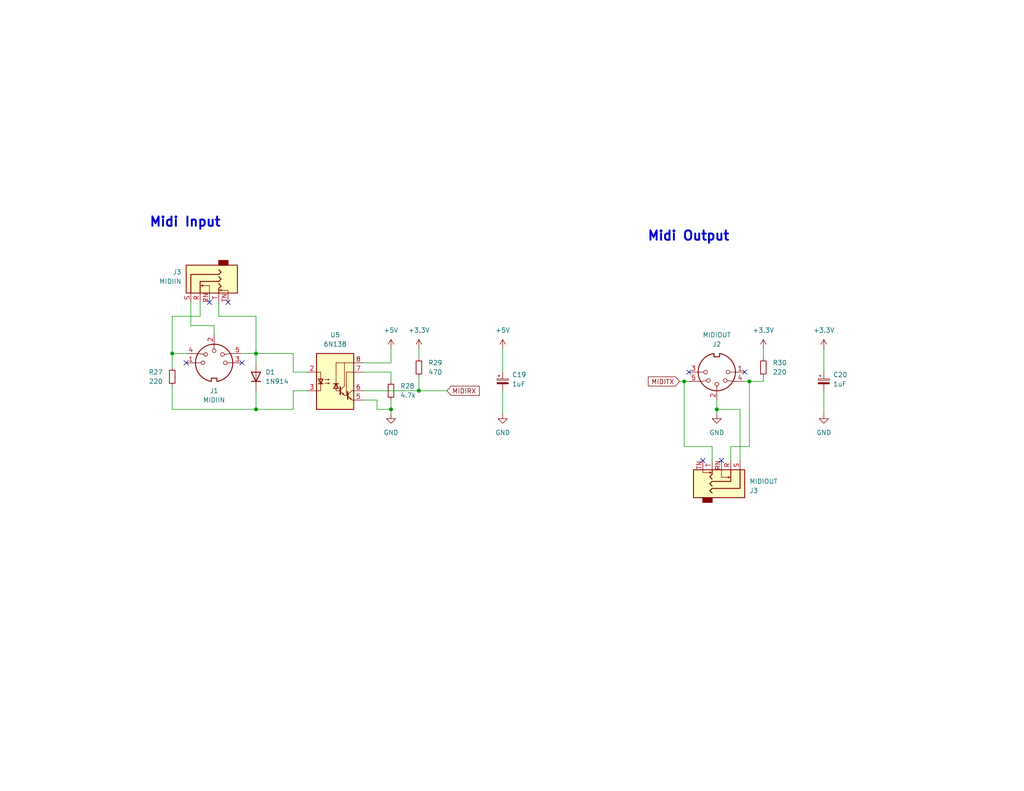
<source format=kicad_sch>
(kicad_sch (version 20230121) (generator eeschema)
  (paper "A")
  (title_block (title "pico_synth_sandbox") (date "2023-09-19") (rev "2") (comment 3 "dcdalrymple.com/picosynth/") (comment 4 "D Cooper Dalrymple"))
  (lib_symbols
    (symbol "Connector:DIN-5_180degree" (pin_names (offset 1.016))
      (property "Reference" "J" (at 3.175 5.715 0))
      (property "Value" "DIN-5_180degree" (at 0 -6.35 0))
      (symbol "DIN-5_180degree_0_1"
        (arc (start -5.08 0) (mid -3.8609 -3.3364) (end -0.762 -5.08) (stroke (width 0.254)))
        (circle (center -3.048 0) (radius 0.508))
        (circle (center -2.286 2.286) (radius 0.508))
        (polyline (pts (xy -5.08 0) (xy -3.556 0)))
        (polyline (pts (xy 0 5.08) (xy 0 3.81)))
        (polyline (pts (xy 5.08 0) (xy 3.556 0)))
        (polyline (pts (xy -5.08 2.54) (xy -4.318 2.54) (xy -2.794 2.286)))
        (polyline (pts (xy 5.08 2.54) (xy 4.318 2.54) (xy 2.794 2.286)))
        (polyline (pts (xy -0.762 -4.953) (xy -0.762 -4.191) (xy 0.762 -4.191) (xy 0.762 -4.953)) (stroke (width 0.254)))
        (circle (center 0 3.302) (radius 0.508))
        (arc (start 0.762 -5.08) (mid 3.8685 -3.343) (end 5.08 0) (stroke (width 0.254)))
        (circle (center 2.286 2.286) (radius 0.508))
        (circle (center 3.048 0) (radius 0.508))
        (arc (start 5.08 0) (mid 0 5.0579) (end -5.08 0) (stroke (width 0.254)))
      )
      (symbol "DIN-5_180degree_1_1"
        (pin passive line (at -7.62 0 0) (length 2.54) (name "~") (number "1"))
        (pin passive line (at 0 7.62 270) (length 2.54) (name "~") (number "2"))
        (pin passive line (at 7.62 0 180) (length 2.54) (name "~") (number "3"))
        (pin passive line (at -7.62 2.54 0) (length 2.54) (name "~") (number "4"))
        (pin passive line (at 7.62 2.54 180) (length 2.54) (name "~") (number "5"))
      )
    )
    (symbol "Connector_Audio:AudioJack3_SwitchTR"
      (property "Reference" "J" (at 0 8.89 0))
      (property "Value" "AudioJack3_SwitchTR" (at 0 6.35 0))
      (symbol "AudioJack3_SwitchTR_0_1"
        (rectangle (start -5.08 -5.08) (end -6.35 -7.62) (stroke (width 0.254)) (fill (type outline)))
        (polyline (pts (xy 0.508 -0.254) (xy 0.762 -0.762)))
        (polyline (pts (xy 1.778 -5.334) (xy 2.032 -5.842)))
        (polyline (pts (xy 0 -5.08) (xy 0.635 -5.715) (xy 1.27 -5.08) (xy 2.54 -5.08)) (stroke (width 0.254)))
        (polyline (pts (xy 2.54 -7.62) (xy 1.778 -7.62) (xy 1.778 -5.334) (xy 1.524 -5.842)))
        (polyline (pts (xy 2.54 -2.54) (xy 0.508 -2.54) (xy 0.508 -0.254) (xy 0.254 -0.762)))
        (polyline (pts (xy -1.905 -5.08) (xy -1.27 -5.715) (xy -0.635 -5.08) (xy -0.635 0) (xy 2.54 0)) (stroke (width 0.254)))
        (polyline (pts (xy 2.54 2.54) (xy -2.54 2.54) (xy -2.54 -5.08) (xy -3.175 -5.715) (xy -3.81 -5.08)) (stroke (width 0.254)))
        (rectangle (start 2.54 3.81) (end -5.08 -10.16) (stroke (width 0.254)) (fill (type background)))
      )
      (symbol "AudioJack3_SwitchTR_1_1"
        (pin passive line (at 5.08 0 180) (length 2.54) (name "~") (number "R"))
        (pin passive line (at 5.08 -2.54 180) (length 2.54) (name "~") (number "RN"))
        (pin passive line (at 5.08 2.54 180) (length 2.54) (name "~") (number "S"))
        (pin passive line (at 5.08 -5.08 180) (length 2.54) (name "~") (number "T"))
        (pin passive line (at 5.08 -7.62 180) (length 2.54) (name "~") (number "TN"))
      )
    )
    (symbol "Device:C_Polarized_Small" (pin_numbers hide) (pin_names (offset 0.254) hide)
      (property "Reference" "C" (at 0.254 1.778 0))
      (property "Value" "C_Polarized_Small" (at 0.254 -2.032 0))
      (symbol "C_Polarized_Small_0_1"
        (rectangle (start -1.524 -0.3048) (end 1.524 -0.6858) (fill (type outline)))
        (rectangle (start -1.524 0.6858) (end 1.524 0.3048))
        (polyline (pts (xy -1.27 1.524) (xy -0.762 1.524)))
        (polyline (pts (xy -1.016 1.27) (xy -1.016 1.778)))
      )
      (symbol "C_Polarized_Small_1_1"
        (pin passive line (at 0 2.54 270) (length 1.8542) (name "~") (number "1"))
        (pin passive line (at 0 -2.54 90) (length 1.8542) (name "~") (number "2"))
      )
    )
    (symbol "Device:R_Small" (pin_numbers hide) (pin_names (offset 0.254) hide)
      (property "Reference" "R" (at 0.762 0.508 0))
      (property "Value" "R_Small" (at 0.762 -1.016 0))
      (symbol "R_Small_0_1"
        (rectangle (start -0.762 1.778) (end 0.762 -1.778) (stroke (width 0.2032)))
      )
      (symbol "R_Small_1_1"
        (pin passive line (at 0 2.54 270) (length 0.762) (name "~") (number "1"))
        (pin passive line (at 0 -2.54 90) (length 0.762) (name "~") (number "2"))
      )
    )
    (symbol "Diode:1N914" (pin_numbers hide) (pin_names hide)
      (property "Reference" "D" (at 0 2.54 0))
      (property "Value" "1N914" (at 0 -2.54 0))
      (symbol "1N914_0_1"
        (polyline (pts (xy -1.27 1.27) (xy -1.27 -1.27)) (stroke (width 0.254)))
        (polyline (pts (xy 1.27 0) (xy -1.27 0)))
        (polyline (pts (xy 1.27 1.27) (xy 1.27 -1.27) (xy -1.27 0) (xy 1.27 1.27)) (stroke (width 0.254)))
      )
      (symbol "1N914_1_1"
        (pin passive line (at -3.81 0 0) (length 2.54) (name "K") (number "1"))
        (pin passive line (at 3.81 0 180) (length 2.54) (name "A") (number "2"))
      )
    )
    (symbol "Isolator:6N138" (pin_names (offset 1.016) hide)
      (property "Reference" "U" (at -4.064 8.89 0))
      (property "Value" "6N138" (at 2.286 8.89 0))
      (symbol "6N138_0_1"
        (rectangle (start -5.08 7.62) (end 5.08 -7.62) (stroke (width 0.254)) (fill (type background)))
        (polyline (pts (xy -4.572 -0.635) (xy -3.302 -0.635)) (stroke (width 0.254)))
        (polyline (pts (xy 0.889 -0.635) (xy -0.381 -0.635)) (stroke (width 0.254)))
        (polyline (pts (xy 1.397 -2.667) (xy 2.54 -3.81)))
        (polyline (pts (xy 1.397 -2.413) (xy 2.54 -1.27)))
        (polyline (pts (xy 2.54 -3.81) (xy 3.175 -3.81)))
        (polyline (pts (xy 3.429 -3.937) (xy 4.572 -5.08)))
        (polyline (pts (xy 3.429 -3.683) (xy 4.572 -2.54)))
        (polyline (pts (xy 4.572 -5.08) (xy 5.08 -5.08)))
        (polyline (pts (xy 4.572 -2.54) (xy 5.08 -2.54)))
        (polyline (pts (xy 1.397 -1.524) (xy 1.397 -3.556) (xy 1.397 -3.556)) (stroke (width 0.3556)))
        (polyline (pts (xy 2.54 -1.27) (xy 2.54 5.08) (xy 5.08 5.08)))
        (polyline (pts (xy 3.429 -2.794) (xy 3.429 -4.826) (xy 3.429 -4.826)) (stroke (width 0.3556)))
        (polyline (pts (xy 5.08 2.54) (xy 3.048 2.54) (xy 3.048 -3.81)))
        (polyline (pts (xy -5.08 -2.54) (xy -3.937 -2.54) (xy -3.937 2.54) (xy -5.08 2.54)))
        (polyline (pts (xy -3.937 -0.635) (xy -4.572 0.635) (xy -3.302 0.635) (xy -3.937 -0.635)) (stroke (width 0.254)))
        (polyline (pts (xy 0.254 -0.635) (xy 0.889 -1.905) (xy -0.381 -1.905) (xy 0.254 -0.635)) (stroke (width 0.254)))
        (polyline (pts (xy 1.27 -2.54) (xy 0.254 -2.54) (xy 0.254 5.08) (xy 2.54 5.08)))
        (polyline (pts (xy 2.413 -3.683) (xy 2.159 -3.175) (xy 1.905 -3.429) (xy 2.413 -3.683)))
        (polyline (pts (xy 4.445 -4.953) (xy 4.191 -4.445) (xy 3.937 -4.699) (xy 4.445 -4.953)))
        (polyline (pts (xy -2.794 -0.508) (xy -1.524 -0.508) (xy -1.905 -0.635) (xy -1.905 -0.381) (xy -1.524 -0.508)))
        (polyline (pts (xy -2.794 0.508) (xy -1.524 0.508) (xy -1.905 0.381) (xy -1.905 0.635) (xy -1.524 0.508)))
      )
      (symbol "6N138_1_1"
        (pin no_connect line (at -5.08 5.08 0) (length 2.54) hide (name "NC") (number "1"))
        (pin passive line (at -7.62 2.54 0) (length 2.54) (name "C1") (number "2"))
        (pin passive line (at -7.62 -2.54 0) (length 2.54) (name "C2") (number "3"))
        (pin no_connect line (at -5.08 -5.08 0) (length 2.54) hide (name "NC") (number "4"))
        (pin passive line (at 7.62 -5.08 180) (length 2.54) (name "GND") (number "5"))
        (pin passive line (at 7.62 -2.54 180) (length 2.54) (name "VO2") (number "6"))
        (pin passive line (at 7.62 2.54 180) (length 2.54) (name "VO1") (number "7"))
        (pin passive line (at 7.62 5.08 180) (length 2.54) (name "VCC") (number "8"))
      )
    )
    (symbol "power:+3.3V" (power) (pin_names (offset 0))
      (property "Value" "+3.3V" (at 0 3.556 0))
      (symbol "+3.3V_0_1"
        (polyline (pts (xy -0.762 1.27) (xy 0 2.54)))
        (polyline (pts (xy 0 0) (xy 0 2.54)))
        (polyline (pts (xy 0 2.54) (xy 0.762 1.27)))
      )
      (symbol "+3.3V_1_1"
        (pin power_in line (at 0 0 90) (length 0) hide (name "+3.3V") (number "1"))
      )
    )
    (symbol "power:+5V" (power) (pin_names (offset 0))
      (property "Value" "+5V" (at 0 3.556 0))
      (symbol "+5V_0_1"
        (polyline (pts (xy -0.762 1.27) (xy 0 2.54)))
        (polyline (pts (xy 0 0) (xy 0 2.54)))
        (polyline (pts (xy 0 2.54) (xy 0.762 1.27)))
      )
      (symbol "+5V_1_1"
        (pin power_in line (at 0 0 90) (length 0) hide (name "+5V") (number "1"))
      )
    )
    (symbol "power:GND" (power) (pin_names (offset 0))
      (property "Value" "GND" (at 0 -3.81 0))
      (symbol "GND_0_1"
        (polyline (pts (xy 0 0) (xy 0 -1.27) (xy 1.27 -1.27) (xy 0 -2.54) (xy -1.27 -1.27) (xy 0 -1.27)))
      )
      (symbol "GND_1_1"
        (pin power_in line (at 0 0 270) (length 0) hide (name "GND") (number "1"))
      )
    )
  )
  (junction (at 69.85 96.52))
  (junction (at 114.3 106.68))
  (junction (at 204.47 104.14))
  (junction (at 106.68 111.76))
  (junction (at 46.99 96.52))
  (junction (at 69.85 111.76))
  (junction (at 195.58 111.76))
  (junction (at 186.69 104.14))
  (no_connect (at 57.15 82.55))
  (no_connect (at 62.23 82.55))
  (no_connect (at 203.2 101.6))
  (no_connect (at 66.04 99.06))
  (no_connect (at 50.8 99.06))
  (no_connect (at 187.96 101.6))
  (no_connect (at 191.77 125.73))
  (no_connect (at 196.85 125.73))
  (wire (pts (xy 224.79 106.68) (xy 224.79 113.03)))
  (wire (pts (xy 46.99 105.41) (xy 46.99 111.76)))
  (wire (pts (xy 204.47 104.14) (xy 203.2 104.14)))
  (wire (pts (xy 102.87 109.22) (xy 102.87 111.76)))
  (wire (pts (xy 106.68 101.6) (xy 106.68 104.14)))
  (wire (pts (xy 69.85 96.52) (xy 80.01 96.52)))
  (wire (pts (xy 59.69 86.36) (xy 59.69 82.55)))
  (wire (pts (xy 99.06 101.6) (xy 106.68 101.6)))
  (wire (pts (xy 69.85 96.52) (xy 69.85 86.36)))
  (wire (pts (xy 80.01 96.52) (xy 80.01 101.6)))
  (wire (pts (xy 114.3 106.68) (xy 114.3 102.87)))
  (wire (pts (xy 99.06 109.22) (xy 102.87 109.22)))
  (wire (pts (xy 102.87 111.76) (xy 106.68 111.76)))
  (wire (pts (xy 195.58 111.76) (xy 201.93 111.76)))
  (wire (pts (xy 195.58 111.76) (xy 195.58 113.03)))
  (wire (pts (xy 137.16 95.25) (xy 137.16 101.6)))
  (wire (pts (xy 224.79 95.25) (xy 224.79 101.6)))
  (wire (pts (xy 46.99 96.52) (xy 46.99 100.33)))
  (wire (pts (xy 106.68 109.22) (xy 106.68 111.76)))
  (wire (pts (xy 69.85 86.36) (xy 59.69 86.36)))
  (wire (pts (xy 208.28 104.14) (xy 208.28 102.87)))
  (wire (pts (xy 58.42 91.44) (xy 58.42 88.9)))
  (wire (pts (xy 186.69 104.14) (xy 187.96 104.14)))
  (wire (pts (xy 99.06 106.68) (xy 114.3 106.68)))
  (wire (pts (xy 46.99 86.36) (xy 54.61 86.36)))
  (wire (pts (xy 201.93 111.76) (xy 201.93 125.73)))
  (wire (pts (xy 194.31 121.92) (xy 194.31 125.73)))
  (wire (pts (xy 69.85 111.76) (xy 69.85 106.68)))
  (wire (pts (xy 114.3 106.68) (xy 121.92 106.68)))
  (wire (pts (xy 204.47 104.14) (xy 204.47 121.92)))
  (wire (pts (xy 186.69 121.92) (xy 194.31 121.92)))
  (wire (pts (xy 80.01 106.68) (xy 83.82 106.68)))
  (wire (pts (xy 204.47 121.92) (xy 199.39 121.92)))
  (wire (pts (xy 106.68 99.06) (xy 99.06 99.06)))
  (wire (pts (xy 46.99 96.52) (xy 46.99 86.36)))
  (wire (pts (xy 66.04 96.52) (xy 69.85 96.52)))
  (wire (pts (xy 69.85 96.52) (xy 69.85 99.06)))
  (wire (pts (xy 208.28 104.14) (xy 204.47 104.14)))
  (wire (pts (xy 106.68 95.25) (xy 106.68 99.06)))
  (wire (pts (xy 186.69 104.14) (xy 186.69 121.92)))
  (wire (pts (xy 195.58 109.22) (xy 195.58 111.76)))
  (wire (pts (xy 46.99 111.76) (xy 69.85 111.76)))
  (wire (pts (xy 69.85 111.76) (xy 80.01 111.76)))
  (wire (pts (xy 80.01 111.76) (xy 80.01 106.68)))
  (wire (pts (xy 52.07 88.9) (xy 58.42 88.9)))
  (wire (pts (xy 106.68 111.76) (xy 106.68 113.03)))
  (wire (pts (xy 52.07 82.55) (xy 52.07 88.9)))
  (wire (pts (xy 114.3 95.25) (xy 114.3 97.79)))
  (wire (pts (xy 208.28 95.25) (xy 208.28 97.79)))
  (wire (pts (xy 54.61 86.36) (xy 54.61 82.55)))
  (wire (pts (xy 199.39 121.92) (xy 199.39 125.73)))
  (wire (pts (xy 137.16 106.68) (xy 137.16 113.03)))
  (wire (pts (xy 185.42 104.14) (xy 186.69 104.14)))
  (wire (pts (xy 80.01 101.6) (xy 83.82 101.6)))
  (wire (pts (xy 50.8 96.52) (xy 46.99 96.52)))
  (text "Midi Input" (at 40.64 62.23 0) (effects (font (size 2.54 2.54) (thickness 0.508) bold) (justify left bottom)))
  (text "Midi Output" (at 176.53 66.04 0) (effects (font (size 2.54 2.54) (thickness 0.508) bold) (justify left bottom)))
  (global_label "MIDITX" (shape input) (at 185.42 104.14 180) (property "Intersheetrefs" "${INTERSHEET_REFS}" (effects hide)))
  (global_label "MIDIRX" (shape input) (at 121.92 106.68 0) (property "Intersheetrefs" "${INTERSHEET_REFS}" (effects hide)))
  (symbol (lib_id "Connector_Audio:AudioJack3_SwitchTR") (at 199.39 130.81 270) (mirror x) (unit 1)
    (property "Reference" "J3" (at 204.47 133.985 90) (effects (justify left)))
    (property "Value" "MIDIOUT" (at 204.47 131.445 90) (effects (justify left)))
    (property "Footprint" "Connector_Audio:Jack_3.5mm_CUI_SJ1-3525N_Horizontal" (effects hide))
    (instances (project "pico_synth_sandbox" (path "" (reference "J3") (unit 1)) (path "" (reference "J8") (unit 1))))
  )
  (symbol (lib_id "power:GND") (at 195.58 113.03 0) (unit 1)
    (property "Reference" "#PWR067" (effects hide))
    (property "Value" "GND" (at 195.58 118.11 0))
  )
  (symbol (lib_id "Connector:DIN-5_180degree") (at 195.58 101.6 180) (unit 1)
    (property "Reference" "J2" (at 195.5799 93.98 0))
    (property "Value" "MIDIOUT" (at 195.5799 91.44 0))
    (property "Datasheet" "http://www.mouser.com/ds/2/18/40_c091_abd_e-75918.pdf" (effects hide))
    (instances (project "pico_synth_sandbox" (path "" (reference "J2") (unit 1)) (path "" (reference "J7") (unit 1))))
  )
  (symbol (lib_id "power:+5V") (at 106.68 95.25 0) (unit 1)
    (property "Reference" "#PWR097" (effects hide))
    (property "Value" "+5V" (at 106.68 90.17 0))
    (instances (project "pico_synth_sandbox" (path "" (reference "#PWR097") (unit 1)) (path "" (reference "#PWR062") (unit 1))))
  )
  (symbol (lib_id "power:GND") (at 106.68 113.03 0) (unit 1)
    (property "Reference" "#PWR063" (effects hide))
    (property "Value" "GND" (at 106.68 118.11 0))
  )
  (symbol (lib_id "power:+5V") (at 137.16 95.25 0) (unit 1)
    (property "Reference" "#PWR097" (effects hide))
    (property "Value" "+5V" (at 137.16 90.17 0))
    (instances (project "pico_synth_sandbox" (path "" (reference "#PWR097") (unit 1)) (path "" (reference "#PWR065") (unit 1))))
  )
  (symbol (lib_id "power:+3.3V") (at 114.3 95.25 0) (unit 1)
    (property "Reference" "#PWR09" (effects hide))
    (property "Value" "+3.3V" (at 114.3 90.17 0))
    (instances (project "pico_synth_sandbox" (path "" (reference "#PWR09") (unit 1)) (path "" (reference "#PWR064") (unit 1))))
  )
  (symbol (lib_id "power:GND") (at 224.79 113.03 0) (unit 1)
    (property "Reference" "#PWR070" (effects hide))
    (property "Value" "GND" (at 224.79 118.11 0))
  )
  (symbol (lib_id "power:+3.3V") (at 224.79 95.25 0) (unit 1)
    (property "Reference" "#PWR08" (effects hide))
    (property "Value" "+3.3V" (at 224.79 90.17 0))
    (instances (project "pico_synth_sandbox" (path "" (reference "#PWR08") (unit 1)) (path "" (reference "#PWR069") (unit 1))))
  )
  (symbol (lib_id "Device:C_Polarized_Small") (at 224.79 104.14 0) (unit 1)
    (property "Reference" "C20" (at 227.33 102.3239 0) (effects (justify left)))
    (property "Value" "1uF" (at 227.33 104.8639 0) (effects (justify left)))
    (property "Footprint" "Capacitor_THT:CP_Radial_D5.0mm_P2.00mm" (effects hide))
  )
  (symbol (lib_id "Device:C_Polarized_Small") (at 137.16 104.14 0) (unit 1)
    (property "Reference" "C19" (at 139.7 102.3239 0) (effects (justify left)))
    (property "Value" "1uF" (at 139.7 104.8639 0) (effects (justify left)))
    (property "Footprint" "Capacitor_THT:CP_Radial_D5.0mm_P2.00mm" (effects hide))
  )
  (symbol (lib_id "Connector_Audio:AudioJack3_SwitchTR") (at 54.61 77.47 90) (mirror x) (unit 1)
    (property "Reference" "J3" (at 49.53 74.295 90) (effects (justify left)))
    (property "Value" "MIDIIN" (at 49.53 76.835 90) (effects (justify left)))
    (property "Footprint" "Connector_Audio:Jack_3.5mm_CUI_SJ1-3525N_Horizontal" (effects hide))
    (instances (project "pico_synth_sandbox" (path "" (reference "J3") (unit 1)) (path "" (reference "J5") (unit 1))))
  )
  (symbol (lib_id "Connector:DIN-5_180degree") (at 58.42 99.06 0) (unit 1)
    (property "Reference" "J1" (at 58.4201 106.68 0))
    (property "Value" "MIDIIN" (at 58.4201 109.22 0))
    (property "Datasheet" "http://www.mouser.com/ds/2/18/40_c091_abd_e-75918.pdf" (effects hide))
    (instances (project "pico_synth_sandbox" (path "" (reference "J1") (unit 1)) (path "" (reference "J6") (unit 1))))
  )
  (symbol (lib_id "Device:R_Small") (at 106.68 106.68 0) (unit 1)
    (property "Reference" "R28" (at 109.22 105.41 0) (effects (justify left)))
    (property "Value" "4.7k" (at 109.22 107.95 0) (effects (justify left)))
    (property "Footprint" "Resistor_THT:R_Axial_DIN0204_L3.6mm_D1.6mm_P5.08mm_Horizontal" (effects hide))
  )
  (symbol (lib_id "Device:R_Small") (at 114.3 100.33 0) (unit 1)
    (property "Reference" "R29" (at 116.84 99.06 0) (effects (justify left)))
    (property "Value" "470" (at 116.84 101.6 0) (effects (justify left)))
    (property "Footprint" "Resistor_THT:R_Axial_DIN0204_L3.6mm_D1.6mm_P5.08mm_Horizontal" (effects hide))
  )
  (symbol (lib_id "power:GND") (at 137.16 113.03 0) (unit 1)
    (property "Reference" "#PWR066" (effects hide))
    (property "Value" "GND" (at 137.16 118.11 0))
  )
  (symbol (lib_id "power:+3.3V") (at 208.28 95.25 0) (unit 1)
    (property "Reference" "#PWR09" (effects hide))
    (property "Value" "+3.3V" (at 208.28 90.17 0))
    (instances (project "pico_synth_sandbox" (path "" (reference "#PWR09") (unit 1)) (path "" (reference "#PWR068") (unit 1))))
  )
  (symbol (lib_id "Isolator:6N138") (at 91.44 104.14 0) (unit 1)
    (property "Reference" "U5" (at 91.44 91.44 0))
    (property "Value" "6N138" (at 91.44 93.98 0))
    (property "Footprint" "Package_DIP:DIP-8_W7.62mm_Socket_LongPads" (effects hide))
    (property "Datasheet" "http://www.onsemi.com/pub/Collateral/HCPL2731-D.pdf" (effects hide))
  )
  (symbol (lib_id "Device:R_Small") (at 208.28 100.33 0) (unit 1)
    (property "Reference" "R30" (at 210.82 99.06 0) (effects (justify left)))
    (property "Value" "220" (at 210.82 101.6 0) (effects (justify left)))
    (property "Footprint" "Resistor_THT:R_Axial_DIN0204_L3.6mm_D1.6mm_P5.08mm_Horizontal" (effects hide))
  )
  (symbol (lib_id "Device:R_Small") (at 46.99 102.87 0) (mirror y) (unit 1)
    (property "Reference" "R27" (at 44.45 101.6 0) (effects (justify left)))
    (property "Value" "220" (at 44.45 104.14 0) (effects (justify left)))
    (property "Footprint" "Resistor_THT:R_Axial_DIN0204_L3.6mm_D1.6mm_P5.08mm_Horizontal" (effects hide))
  )
  (symbol (lib_id "Diode:1N914") (at 69.85 102.87 90) (unit 1)
    (property "Reference" "D1" (at 72.39 101.6 90) (effects (justify right)))
    (property "Value" "1N914" (at 72.39 104.14 90) (effects (justify right)))
    (property "Footprint" "Diode_THT:D_DO-35_SOD27_P7.62mm_Horizontal" (effects hide))
    (property "Datasheet" "http://www.vishay.com/docs/85622/1n914.pdf" (effects hide))
    (property "Sim.Device" "D" (effects hide))
    (property "Sim.Pins" "1=K 2=A" (effects hide))
  )
)
</source>
